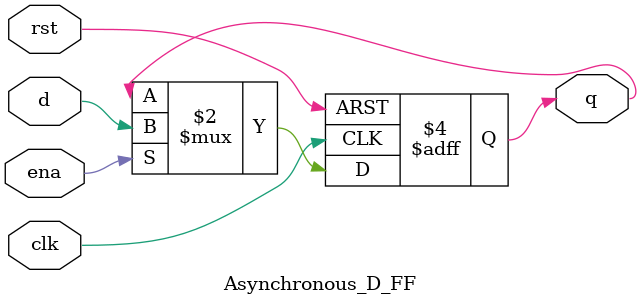
<source format=v>
`timescale 1ns / 1ps


// D´¥·¢Æ÷Ä£¿é¶¨Òå
module Asynchronous_D_FF(
    input clk,    // Ê±ÖÓÐÅºÅ
    input rst,    // Òì²½ÖØÖÃÐÅºÅ
    input ena,    // Ê¹ÄÜÐÅºÅ
    input d,      // Êý¾ÝÊäÈë
    output reg q // Êý¾ÝÊä³ö
);

always @(posedge clk,posedge rst) begin
    if (rst) begin
        q <= 1'b0;
    end else if (ena) begin
        q <= d;
    end
end
endmodule

</source>
